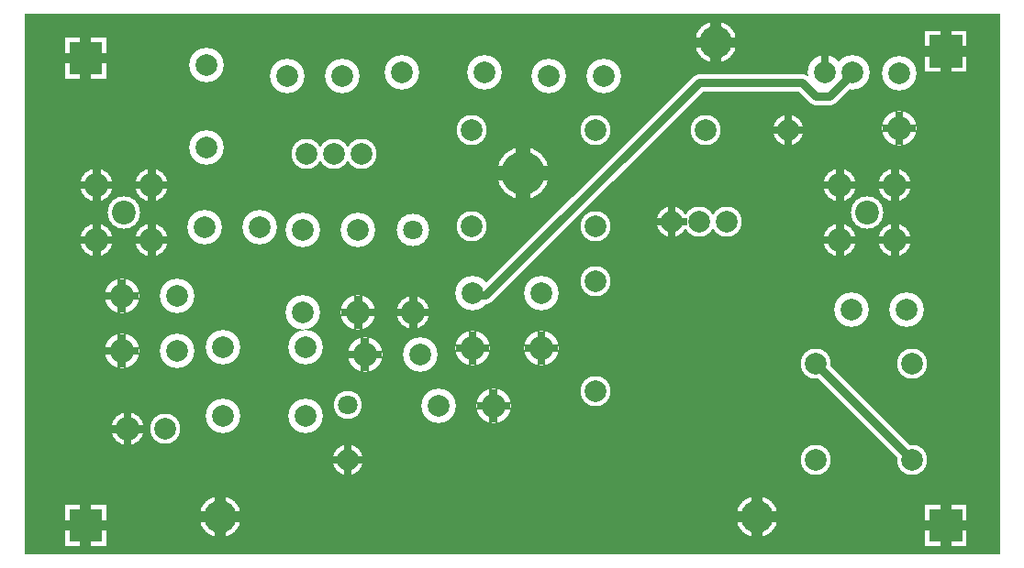
<source format=gbr>
%FSLAX34Y34*%
%MOMM*%
%LNCOPPER_TOP*%
G71*
G01*
%ADD10C,2.800*%
%ADD11C,3.200*%
%ADD12C,3.000*%
%ADD13C,3.000*%
%ADD14C,2.800*%
%ADD15C,2.600*%
%ADD16C,1.600*%
%ADD17C,4.800*%
%ADD18C,2.800*%
%ADD19C,3.000*%
%ADD20C,3.800*%
%ADD21C,0.733*%
%ADD22C,0.667*%
%ADD23C,0.813*%
%ADD24C,1.333*%
%ADD25C,1.000*%
%ADD26C,2.000*%
%ADD27C,2.000*%
%ADD28C,2.200*%
%ADD29C,1.800*%
%ADD30C,0.800*%
%ADD31C,4.000*%
%ADD32C,2.000*%
%ADD33C,2.200*%
%ADD34C,3.000*%
%LPD*%
G36*
X0Y500000D02*
X900000Y500000D01*
X900000Y0D01*
X0Y0D01*
X0Y500000D01*
G37*
%LPC*%
X260350Y369950D02*
G54D10*
D03*
X285750Y369950D02*
G54D10*
D03*
X311150Y369950D02*
G54D10*
D03*
X648055Y307221D02*
G54D10*
D03*
X622655Y307221D02*
G54D10*
D03*
X597255Y307221D02*
G54D10*
D03*
X216949Y302523D02*
G54D11*
D03*
X165969Y302411D02*
G54D11*
D03*
X257175Y299975D02*
G54D11*
D03*
X257125Y223725D02*
G54D11*
D03*
X66650Y341350D02*
G54D12*
D03*
X117450Y341350D02*
G54D12*
D03*
X92050Y315950D02*
G54D12*
D03*
X117450Y290550D02*
G54D12*
D03*
X66650Y290550D02*
G54D12*
D03*
X168275Y452375D02*
G54D11*
D03*
X168225Y376125D02*
G54D11*
D03*
X307975Y299975D02*
G54D11*
D03*
X307925Y223725D02*
G54D11*
D03*
X293149Y442223D02*
G54D11*
D03*
X242169Y442111D02*
G54D11*
D03*
X358775Y299975D02*
G54D13*
D03*
X358725Y223725D02*
G54D13*
D03*
X314284Y184661D02*
G54D11*
D03*
X365265Y184773D02*
G54D11*
D03*
X259773Y191898D02*
G54D11*
D03*
X183523Y191948D02*
G54D11*
D03*
X140749Y239023D02*
G54D11*
D03*
X89769Y238911D02*
G54D11*
D03*
X140749Y188223D02*
G54D11*
D03*
X89769Y188111D02*
G54D11*
D03*
X95162Y115950D02*
G54D14*
D03*
X130262Y115950D02*
G54D14*
D03*
X259773Y128398D02*
G54D11*
D03*
X183523Y128448D02*
G54D11*
D03*
X298450Y87250D02*
G54D15*
D03*
X298450Y138050D02*
G54D15*
D03*
X432849Y137423D02*
G54D11*
D03*
X381869Y137311D02*
G54D11*
D03*
X424873Y445898D02*
G54D11*
D03*
X348623Y445948D02*
G54D11*
D03*
X628650Y392050D02*
G54D14*
D03*
X704850Y392050D02*
G54D14*
D03*
X813849Y226324D02*
G54D11*
D03*
X762868Y226211D02*
G54D11*
D03*
X412750Y392050D02*
G54D14*
D03*
X412750Y303150D02*
G54D14*
D03*
X527050Y392050D02*
G54D14*
D03*
X527050Y303150D02*
G54D14*
D03*
X413448Y190660D02*
G54D11*
D03*
X413335Y241640D02*
G54D11*
D03*
X738325Y445425D02*
G54D11*
D03*
X763825Y445425D02*
G54D11*
D03*
X807148Y393860D02*
G54D11*
D03*
X807035Y444840D02*
G54D11*
D03*
X730250Y176150D02*
G54D14*
D03*
X819150Y176150D02*
G54D14*
D03*
X730250Y87250D02*
G54D14*
D03*
X819150Y87250D02*
G54D14*
D03*
X534450Y442223D02*
G54D11*
D03*
X483470Y442110D02*
G54D11*
D03*
X752450Y341350D02*
G54D12*
D03*
X803250Y341350D02*
G54D12*
D03*
X777850Y315950D02*
G54D12*
D03*
X803250Y290550D02*
G54D12*
D03*
X752450Y290550D02*
G54D12*
D03*
X527050Y252350D02*
G54D14*
D03*
X527050Y150750D02*
G54D14*
D03*
X476948Y190660D02*
G54D11*
D03*
X476835Y241640D02*
G54D11*
D03*
G54D16*
X819150Y87250D02*
X730250Y176150D01*
G54D16*
X763825Y445425D02*
X762000Y442850D01*
X742950Y423800D01*
X730250Y423800D01*
X717550Y436500D01*
X622300Y436500D01*
X425450Y239650D01*
X412750Y239650D01*
X413335Y241640D01*
X460350Y352450D02*
G54D17*
D03*
X89769Y188111D02*
G54D18*
D03*
X89769Y238911D02*
G54D18*
D03*
X432849Y137423D02*
G54D18*
D03*
X704850Y392050D02*
G54D18*
D03*
X358725Y223725D02*
G54D18*
D03*
X307925Y223725D02*
G54D19*
D03*
X314284Y184661D02*
G54D19*
D03*
X413448Y190660D02*
G54D19*
D03*
X476948Y190660D02*
G54D19*
D03*
X298450Y87250D02*
G54D18*
D03*
X89769Y238911D02*
G54D19*
D03*
X89769Y188111D02*
G54D19*
D03*
X95162Y115950D02*
G54D19*
D03*
X432849Y137423D02*
G54D19*
D03*
X358725Y223725D02*
G54D19*
D03*
X807148Y393860D02*
G54D19*
D03*
X597255Y307221D02*
G54D18*
D03*
X307975Y299975D02*
G54D13*
D03*
X307925Y223725D02*
G54D13*
D03*
G36*
X37523Y477648D02*
X75523Y477648D01*
X75523Y439648D01*
X37523Y439648D01*
X37523Y477648D01*
G37*
G36*
X831273Y483998D02*
X869273Y483998D01*
X869273Y445998D01*
X831273Y445998D01*
X831273Y483998D01*
G37*
G36*
X37523Y45848D02*
X75523Y45848D01*
X75523Y7848D01*
X37523Y7848D01*
X37523Y45848D01*
G37*
G36*
X831273Y45848D02*
X869273Y45848D01*
X869273Y7848D01*
X831273Y7848D01*
X831273Y45848D01*
G37*
X180950Y34950D02*
G54D20*
D03*
X676250Y34950D02*
G54D20*
D03*
X638150Y473100D02*
G54D20*
D03*
%LPD*%
G54D21*
G36*
X62983Y341350D02*
X62983Y356850D01*
X70317Y356850D01*
X70317Y341350D01*
X62983Y341350D01*
G37*
G36*
X66650Y345017D02*
X82150Y345017D01*
X82150Y337683D01*
X66650Y337683D01*
X66650Y345017D01*
G37*
G36*
X70317Y341350D02*
X70317Y325850D01*
X62983Y325850D01*
X62983Y341350D01*
X70317Y341350D01*
G37*
G36*
X66650Y337683D02*
X51150Y337683D01*
X51150Y345017D01*
X66650Y345017D01*
X66650Y337683D01*
G37*
G54D21*
G36*
X113783Y341350D02*
X113783Y356850D01*
X121117Y356850D01*
X121117Y341350D01*
X113783Y341350D01*
G37*
G36*
X117450Y345017D02*
X132950Y345017D01*
X132950Y337683D01*
X117450Y337683D01*
X117450Y345017D01*
G37*
G36*
X121117Y341350D02*
X121117Y325850D01*
X113783Y325850D01*
X113783Y341350D01*
X121117Y341350D01*
G37*
G36*
X117450Y337683D02*
X101950Y337683D01*
X101950Y345017D01*
X117450Y345017D01*
X117450Y337683D01*
G37*
G54D21*
G36*
X113783Y290550D02*
X113783Y306050D01*
X121117Y306050D01*
X121117Y290550D01*
X113783Y290550D01*
G37*
G36*
X117450Y294217D02*
X132950Y294217D01*
X132950Y286883D01*
X117450Y286883D01*
X117450Y294217D01*
G37*
G36*
X121117Y290550D02*
X121117Y275050D01*
X113783Y275050D01*
X113783Y290550D01*
X121117Y290550D01*
G37*
G36*
X117450Y286883D02*
X101950Y286883D01*
X101950Y294217D01*
X117450Y294217D01*
X117450Y286883D01*
G37*
G54D21*
G36*
X62983Y290550D02*
X62983Y306050D01*
X70317Y306050D01*
X70317Y290550D01*
X62983Y290550D01*
G37*
G36*
X66650Y294217D02*
X82150Y294217D01*
X82150Y286883D01*
X66650Y286883D01*
X66650Y294217D01*
G37*
G36*
X70317Y290550D02*
X70317Y275050D01*
X62983Y275050D01*
X62983Y290550D01*
X70317Y290550D01*
G37*
G36*
X66650Y286883D02*
X51150Y286883D01*
X51150Y294217D01*
X66650Y294217D01*
X66650Y286883D01*
G37*
G54D22*
G36*
X734992Y445425D02*
X734992Y461925D01*
X741658Y461925D01*
X741658Y445425D01*
X734992Y445425D01*
G37*
G54D23*
G54D21*
G36*
X748783Y341350D02*
X748783Y356850D01*
X756117Y356850D01*
X756117Y341350D01*
X748783Y341350D01*
G37*
G36*
X752450Y345017D02*
X767950Y345017D01*
X767950Y337683D01*
X752450Y337683D01*
X752450Y345017D01*
G37*
G36*
X756117Y341350D02*
X756117Y325850D01*
X748783Y325850D01*
X748783Y341350D01*
X756117Y341350D01*
G37*
G36*
X752450Y337683D02*
X736950Y337683D01*
X736950Y345017D01*
X752450Y345017D01*
X752450Y337683D01*
G37*
G54D21*
G36*
X799583Y341350D02*
X799583Y356850D01*
X806917Y356850D01*
X806917Y341350D01*
X799583Y341350D01*
G37*
G36*
X803250Y345017D02*
X818750Y345017D01*
X818750Y337683D01*
X803250Y337683D01*
X803250Y345017D01*
G37*
G36*
X806917Y341350D02*
X806917Y325850D01*
X799583Y325850D01*
X799583Y341350D01*
X806917Y341350D01*
G37*
G36*
X803250Y337683D02*
X787750Y337683D01*
X787750Y345017D01*
X803250Y345017D01*
X803250Y337683D01*
G37*
G54D21*
G36*
X799583Y290550D02*
X799583Y306050D01*
X806917Y306050D01*
X806917Y290550D01*
X799583Y290550D01*
G37*
G36*
X803250Y294217D02*
X818750Y294217D01*
X818750Y286883D01*
X803250Y286883D01*
X803250Y294217D01*
G37*
G36*
X806917Y290550D02*
X806917Y275050D01*
X799583Y275050D01*
X799583Y290550D01*
X806917Y290550D01*
G37*
G36*
X803250Y286883D02*
X787750Y286883D01*
X787750Y294217D01*
X803250Y294217D01*
X803250Y286883D01*
G37*
G54D21*
G36*
X748783Y290550D02*
X748783Y306050D01*
X756117Y306050D01*
X756117Y290550D01*
X748783Y290550D01*
G37*
G36*
X752450Y294217D02*
X767950Y294217D01*
X767950Y286883D01*
X752450Y286883D01*
X752450Y294217D01*
G37*
G36*
X756117Y290550D02*
X756117Y275050D01*
X748783Y275050D01*
X748783Y290550D01*
X756117Y290550D01*
G37*
G36*
X752450Y286883D02*
X736950Y286883D01*
X736950Y294217D01*
X752450Y294217D01*
X752450Y286883D01*
G37*
G54D24*
G36*
X453683Y352450D02*
X453683Y376950D01*
X467017Y376950D01*
X467017Y352450D01*
X453683Y352450D01*
G37*
G36*
X460350Y359117D02*
X484850Y359117D01*
X484850Y345783D01*
X460350Y345783D01*
X460350Y359117D01*
G37*
G36*
X467017Y352450D02*
X467017Y327950D01*
X453683Y327950D01*
X453683Y352450D01*
X467017Y352450D01*
G37*
G36*
X460350Y345783D02*
X435850Y345783D01*
X435850Y359117D01*
X460350Y359117D01*
X460350Y345783D01*
G37*
G54D22*
G36*
X86436Y188111D02*
X86436Y202611D01*
X93102Y202611D01*
X93102Y188111D01*
X86436Y188111D01*
G37*
G36*
X89769Y191444D02*
X104269Y191444D01*
X104269Y184778D01*
X89769Y184778D01*
X89769Y191444D01*
G37*
G36*
X93102Y188111D02*
X93102Y173611D01*
X86436Y173611D01*
X86436Y188111D01*
X93102Y188111D01*
G37*
G36*
X89769Y184778D02*
X75269Y184778D01*
X75269Y191444D01*
X89769Y191444D01*
X89769Y184778D01*
G37*
G54D22*
G36*
X86436Y238911D02*
X86436Y253411D01*
X93102Y253411D01*
X93102Y238911D01*
X86436Y238911D01*
G37*
G36*
X89769Y242244D02*
X104269Y242244D01*
X104269Y235578D01*
X89769Y235578D01*
X89769Y242244D01*
G37*
G36*
X93102Y238911D02*
X93102Y224411D01*
X86436Y224411D01*
X86436Y238911D01*
X93102Y238911D01*
G37*
G36*
X89769Y235578D02*
X75269Y235578D01*
X75269Y242244D01*
X89769Y242244D01*
X89769Y235578D01*
G37*
G54D22*
G36*
X429516Y137423D02*
X429516Y151923D01*
X436182Y151923D01*
X436182Y137423D01*
X429516Y137423D01*
G37*
G36*
X432849Y140756D02*
X447349Y140756D01*
X447349Y134090D01*
X432849Y134090D01*
X432849Y140756D01*
G37*
G36*
X436182Y137423D02*
X436182Y122923D01*
X429516Y122923D01*
X429516Y137423D01*
X436182Y137423D01*
G37*
G36*
X432849Y134090D02*
X418349Y134090D01*
X418349Y140756D01*
X432849Y140756D01*
X432849Y134090D01*
G37*
G54D22*
G36*
X701517Y392050D02*
X701517Y406550D01*
X708183Y406550D01*
X708183Y392050D01*
X701517Y392050D01*
G37*
G36*
X704850Y395383D02*
X719350Y395383D01*
X719350Y388717D01*
X704850Y388717D01*
X704850Y395383D01*
G37*
G36*
X708183Y392050D02*
X708183Y377550D01*
X701517Y377550D01*
X701517Y392050D01*
X708183Y392050D01*
G37*
G36*
X704850Y388717D02*
X690350Y388717D01*
X690350Y395383D01*
X704850Y395383D01*
X704850Y388717D01*
G37*
G54D22*
G36*
X355392Y223725D02*
X355392Y238225D01*
X362058Y238225D01*
X362058Y223725D01*
X355392Y223725D01*
G37*
G36*
X358725Y227058D02*
X373225Y227058D01*
X373225Y220392D01*
X358725Y220392D01*
X358725Y227058D01*
G37*
G36*
X362058Y223725D02*
X362058Y209225D01*
X355392Y209225D01*
X355392Y223725D01*
X362058Y223725D01*
G37*
G36*
X358725Y220392D02*
X344225Y220392D01*
X344225Y227058D01*
X358725Y227058D01*
X358725Y220392D01*
G37*
G54D21*
G36*
X304258Y223725D02*
X304258Y239225D01*
X311592Y239225D01*
X311592Y223725D01*
X304258Y223725D01*
G37*
G36*
X307925Y227392D02*
X323425Y227392D01*
X323425Y220058D01*
X307925Y220058D01*
X307925Y227392D01*
G37*
G36*
X311592Y223725D02*
X311592Y208225D01*
X304258Y208225D01*
X304258Y223725D01*
X311592Y223725D01*
G37*
G36*
X307925Y220058D02*
X292425Y220058D01*
X292425Y227392D01*
X307925Y227392D01*
X307925Y220058D01*
G37*
G54D21*
G36*
X310617Y184661D02*
X310617Y200161D01*
X317951Y200161D01*
X317951Y184661D01*
X310617Y184661D01*
G37*
G36*
X314284Y188327D02*
X329784Y188327D01*
X329784Y180994D01*
X314284Y180994D01*
X314284Y188327D01*
G37*
G36*
X317951Y184661D02*
X317951Y169161D01*
X310617Y169161D01*
X310617Y184661D01*
X317951Y184661D01*
G37*
G36*
X314284Y180994D02*
X298784Y180994D01*
X298784Y188327D01*
X314284Y188327D01*
X314284Y180994D01*
G37*
G54D21*
G36*
X409781Y190660D02*
X409781Y206160D01*
X417114Y206160D01*
X417114Y190660D01*
X409781Y190660D01*
G37*
G36*
X413448Y194326D02*
X428948Y194326D01*
X428948Y186993D01*
X413448Y186993D01*
X413448Y194326D01*
G37*
G36*
X417114Y190660D02*
X417114Y175160D01*
X409781Y175160D01*
X409781Y190660D01*
X417114Y190660D01*
G37*
G36*
X413448Y186993D02*
X397948Y186993D01*
X397948Y194326D01*
X413448Y194326D01*
X413448Y186993D01*
G37*
G54D21*
G36*
X473281Y190660D02*
X473281Y206160D01*
X480614Y206160D01*
X480614Y190660D01*
X473281Y190660D01*
G37*
G36*
X476948Y194326D02*
X492448Y194326D01*
X492448Y186993D01*
X476948Y186993D01*
X476948Y194326D01*
G37*
G36*
X480614Y190660D02*
X480614Y175160D01*
X473281Y175160D01*
X473281Y190660D01*
X480614Y190660D01*
G37*
G36*
X476948Y186993D02*
X461448Y186993D01*
X461448Y194326D01*
X476948Y194326D01*
X476948Y186993D01*
G37*
G54D22*
G36*
X295117Y87250D02*
X295117Y101750D01*
X301783Y101750D01*
X301783Y87250D01*
X295117Y87250D01*
G37*
G36*
X298450Y90583D02*
X312950Y90583D01*
X312950Y83917D01*
X298450Y83917D01*
X298450Y90583D01*
G37*
G36*
X301783Y87250D02*
X301783Y72750D01*
X295117Y72750D01*
X295117Y87250D01*
X301783Y87250D01*
G37*
G36*
X298450Y83917D02*
X283950Y83917D01*
X283950Y90583D01*
X298450Y90583D01*
X298450Y83917D01*
G37*
G54D21*
G36*
X86102Y238911D02*
X86102Y254411D01*
X93435Y254411D01*
X93435Y238911D01*
X86102Y238911D01*
G37*
G36*
X89769Y242578D02*
X105269Y242578D01*
X105269Y235244D01*
X89769Y235244D01*
X89769Y242578D01*
G37*
G36*
X93435Y238911D02*
X93435Y223411D01*
X86102Y223411D01*
X86102Y238911D01*
X93435Y238911D01*
G37*
G36*
X89769Y235244D02*
X74269Y235244D01*
X74269Y242578D01*
X89769Y242578D01*
X89769Y235244D01*
G37*
G54D21*
G36*
X86102Y188111D02*
X86102Y203611D01*
X93435Y203611D01*
X93435Y188111D01*
X86102Y188111D01*
G37*
G36*
X89769Y191778D02*
X105269Y191778D01*
X105269Y184444D01*
X89769Y184444D01*
X89769Y191778D01*
G37*
G36*
X93435Y188111D02*
X93435Y172611D01*
X86102Y172611D01*
X86102Y188111D01*
X93435Y188111D01*
G37*
G36*
X89769Y184444D02*
X74269Y184444D01*
X74269Y191778D01*
X89769Y191778D01*
X89769Y184444D01*
G37*
G54D21*
G36*
X91495Y115950D02*
X91495Y131450D01*
X98829Y131450D01*
X98829Y115950D01*
X91495Y115950D01*
G37*
G36*
X95162Y119617D02*
X110662Y119617D01*
X110662Y112283D01*
X95162Y112283D01*
X95162Y119617D01*
G37*
G36*
X98829Y115950D02*
X98829Y100450D01*
X91495Y100450D01*
X91495Y115950D01*
X98829Y115950D01*
G37*
G36*
X95162Y112283D02*
X79662Y112283D01*
X79662Y119617D01*
X95162Y119617D01*
X95162Y112283D01*
G37*
G54D21*
G36*
X429182Y137423D02*
X429182Y152923D01*
X436516Y152923D01*
X436516Y137423D01*
X429182Y137423D01*
G37*
G36*
X432849Y141090D02*
X448349Y141090D01*
X448349Y133756D01*
X432849Y133756D01*
X432849Y141090D01*
G37*
G36*
X436516Y137423D02*
X436516Y121923D01*
X429182Y121923D01*
X429182Y137423D01*
X436516Y137423D01*
G37*
G36*
X432849Y133756D02*
X417349Y133756D01*
X417349Y141090D01*
X432849Y141090D01*
X432849Y133756D01*
G37*
G54D21*
G36*
X355058Y223725D02*
X355058Y239225D01*
X362392Y239225D01*
X362392Y223725D01*
X355058Y223725D01*
G37*
G36*
X358725Y227392D02*
X374225Y227392D01*
X374225Y220058D01*
X358725Y220058D01*
X358725Y227392D01*
G37*
G36*
X362392Y223725D02*
X362392Y208225D01*
X355058Y208225D01*
X355058Y223725D01*
X362392Y223725D01*
G37*
G36*
X358725Y220058D02*
X343225Y220058D01*
X343225Y227392D01*
X358725Y227392D01*
X358725Y220058D01*
G37*
G54D21*
G36*
X803481Y393860D02*
X803481Y409360D01*
X810814Y409360D01*
X810814Y393860D01*
X803481Y393860D01*
G37*
G36*
X807148Y397526D02*
X822648Y397526D01*
X822648Y390193D01*
X807148Y390193D01*
X807148Y397526D01*
G37*
G36*
X810814Y393860D02*
X810814Y378360D01*
X803481Y378360D01*
X803481Y393860D01*
X810814Y393860D01*
G37*
G36*
X807148Y390193D02*
X791648Y390193D01*
X791648Y397526D01*
X807148Y397526D01*
X807148Y390193D01*
G37*
G54D22*
G36*
X593922Y307221D02*
X593922Y321721D01*
X600588Y321721D01*
X600588Y307221D01*
X593922Y307221D01*
G37*
G36*
X597255Y310554D02*
X611755Y310554D01*
X611755Y303888D01*
X597255Y303888D01*
X597255Y310554D01*
G37*
G36*
X600588Y307221D02*
X600588Y292721D01*
X593922Y292721D01*
X593922Y307221D01*
X600588Y307221D01*
G37*
G36*
X597255Y303888D02*
X582755Y303888D01*
X582755Y310554D01*
X597255Y310554D01*
X597255Y303888D01*
G37*
G54D25*
G36*
X51523Y458648D02*
X51523Y478148D01*
X61523Y478148D01*
X61523Y458648D01*
X51523Y458648D01*
G37*
G36*
X56523Y463648D02*
X76023Y463648D01*
X76023Y453648D01*
X56523Y453648D01*
X56523Y463648D01*
G37*
G36*
X61523Y458648D02*
X61523Y439148D01*
X51523Y439148D01*
X51523Y458648D01*
X61523Y458648D01*
G37*
G36*
X56523Y453648D02*
X37023Y453648D01*
X37023Y463648D01*
X56523Y463648D01*
X56523Y453648D01*
G37*
G54D25*
G36*
X845273Y464998D02*
X845273Y484498D01*
X855273Y484498D01*
X855273Y464998D01*
X845273Y464998D01*
G37*
G36*
X850273Y469998D02*
X869773Y469998D01*
X869773Y459998D01*
X850273Y459998D01*
X850273Y469998D01*
G37*
G36*
X855273Y464998D02*
X855273Y445498D01*
X845273Y445498D01*
X845273Y464998D01*
X855273Y464998D01*
G37*
G36*
X850273Y459998D02*
X830773Y459998D01*
X830773Y469998D01*
X850273Y469998D01*
X850273Y459998D01*
G37*
G54D25*
G36*
X51523Y26848D02*
X51523Y46348D01*
X61523Y46348D01*
X61523Y26848D01*
X51523Y26848D01*
G37*
G36*
X56523Y31848D02*
X76023Y31848D01*
X76023Y21848D01*
X56523Y21848D01*
X56523Y31848D01*
G37*
G36*
X61523Y26848D02*
X61523Y7348D01*
X51523Y7348D01*
X51523Y26848D01*
X61523Y26848D01*
G37*
G36*
X56523Y21848D02*
X37023Y21848D01*
X37023Y31848D01*
X56523Y31848D01*
X56523Y21848D01*
G37*
G54D25*
G36*
X845273Y26848D02*
X845273Y46348D01*
X855273Y46348D01*
X855273Y26848D01*
X845273Y26848D01*
G37*
G36*
X850273Y31848D02*
X869773Y31848D01*
X869773Y21848D01*
X850273Y21848D01*
X850273Y31848D01*
G37*
G36*
X855273Y26848D02*
X855273Y7348D01*
X845273Y7348D01*
X845273Y26848D01*
X855273Y26848D01*
G37*
G36*
X850273Y21848D02*
X830773Y21848D01*
X830773Y31848D01*
X850273Y31848D01*
X850273Y21848D01*
G37*
G54D25*
G36*
X175950Y34950D02*
X175950Y54450D01*
X185950Y54450D01*
X185950Y34950D01*
X175950Y34950D01*
G37*
G36*
X180950Y39950D02*
X200450Y39950D01*
X200450Y29950D01*
X180950Y29950D01*
X180950Y39950D01*
G37*
G36*
X185950Y34950D02*
X185950Y15450D01*
X175950Y15450D01*
X175950Y34950D01*
X185950Y34950D01*
G37*
G36*
X180950Y29950D02*
X161450Y29950D01*
X161450Y39950D01*
X180950Y39950D01*
X180950Y29950D01*
G37*
G54D25*
G36*
X671250Y34950D02*
X671250Y54450D01*
X681250Y54450D01*
X681250Y34950D01*
X671250Y34950D01*
G37*
G36*
X676250Y39950D02*
X695750Y39950D01*
X695750Y29950D01*
X676250Y29950D01*
X676250Y39950D01*
G37*
G36*
X681250Y34950D02*
X681250Y15450D01*
X671250Y15450D01*
X671250Y34950D01*
X681250Y34950D01*
G37*
G36*
X676250Y29950D02*
X656750Y29950D01*
X656750Y39950D01*
X676250Y39950D01*
X676250Y29950D01*
G37*
G54D25*
G36*
X633150Y473100D02*
X633150Y492600D01*
X643150Y492600D01*
X643150Y473100D01*
X633150Y473100D01*
G37*
G36*
X638150Y478100D02*
X657650Y478100D01*
X657650Y468100D01*
X638150Y468100D01*
X638150Y478100D01*
G37*
G36*
X643150Y473100D02*
X643150Y453600D01*
X633150Y453600D01*
X633150Y473100D01*
X643150Y473100D01*
G37*
G36*
X638150Y468100D02*
X618650Y468100D01*
X618650Y478100D01*
X638150Y478100D01*
X638150Y468100D01*
G37*
X260350Y369950D02*
G54D26*
D03*
X285750Y369950D02*
G54D26*
D03*
X311150Y369950D02*
G54D26*
D03*
X648055Y307221D02*
G54D26*
D03*
X622655Y307221D02*
G54D26*
D03*
X597255Y307221D02*
G54D26*
D03*
X216949Y302523D02*
G54D27*
D03*
X165969Y302411D02*
G54D27*
D03*
X257175Y299975D02*
G54D27*
D03*
X257125Y223725D02*
G54D27*
D03*
X66650Y341350D02*
G54D28*
D03*
X117450Y341350D02*
G54D28*
D03*
X92050Y315950D02*
G54D28*
D03*
X117450Y290550D02*
G54D28*
D03*
X66650Y290550D02*
G54D28*
D03*
X168275Y452375D02*
G54D27*
D03*
X168225Y376125D02*
G54D27*
D03*
X307975Y299975D02*
G54D27*
D03*
X307925Y223725D02*
G54D27*
D03*
X293149Y442223D02*
G54D27*
D03*
X242169Y442111D02*
G54D27*
D03*
X358775Y299975D02*
G54D29*
D03*
X358725Y223725D02*
G54D29*
D03*
X314284Y184661D02*
G54D27*
D03*
X365265Y184773D02*
G54D27*
D03*
X259773Y191898D02*
G54D27*
D03*
X183523Y191948D02*
G54D27*
D03*
X140749Y239023D02*
G54D27*
D03*
X89769Y238911D02*
G54D27*
D03*
X140749Y188223D02*
G54D27*
D03*
X89769Y188111D02*
G54D27*
D03*
X95162Y115950D02*
G54D27*
D03*
X130262Y115950D02*
G54D27*
D03*
X259773Y128398D02*
G54D27*
D03*
X183523Y128448D02*
G54D27*
D03*
X298450Y87250D02*
G54D29*
D03*
X298450Y138050D02*
G54D29*
D03*
X432849Y137423D02*
G54D27*
D03*
X381869Y137311D02*
G54D27*
D03*
X424873Y445898D02*
G54D27*
D03*
X348623Y445948D02*
G54D27*
D03*
X628650Y392050D02*
G54D27*
D03*
X704850Y392050D02*
G54D27*
D03*
X813849Y226324D02*
G54D27*
D03*
X762868Y226211D02*
G54D27*
D03*
X412750Y392050D02*
G54D27*
D03*
X412750Y303150D02*
G54D27*
D03*
X527050Y392050D02*
G54D27*
D03*
X527050Y303150D02*
G54D27*
D03*
X413448Y190660D02*
G54D27*
D03*
X413335Y241640D02*
G54D27*
D03*
X738325Y445425D02*
G54D27*
D03*
X763825Y445425D02*
G54D27*
D03*
X807148Y393860D02*
G54D27*
D03*
X807035Y444840D02*
G54D27*
D03*
X730250Y176150D02*
G54D27*
D03*
X819150Y176150D02*
G54D27*
D03*
X730250Y87250D02*
G54D27*
D03*
X819150Y87250D02*
G54D27*
D03*
X534450Y442223D02*
G54D27*
D03*
X483470Y442110D02*
G54D27*
D03*
X752450Y341350D02*
G54D28*
D03*
X803250Y341350D02*
G54D28*
D03*
X777850Y315950D02*
G54D28*
D03*
X803250Y290550D02*
G54D28*
D03*
X752450Y290550D02*
G54D28*
D03*
X527050Y252350D02*
G54D27*
D03*
X527050Y150750D02*
G54D27*
D03*
X476948Y190660D02*
G54D27*
D03*
X476835Y241640D02*
G54D27*
D03*
G54D30*
X819150Y87250D02*
X730250Y176150D01*
G54D30*
X763825Y445425D02*
X762000Y442850D01*
X742950Y423800D01*
X730250Y423800D01*
X717550Y436500D01*
X622300Y436500D01*
X425450Y239650D01*
X412750Y239650D01*
X413335Y241640D01*
X460350Y352450D02*
G54D31*
D03*
X89769Y188111D02*
G54D32*
D03*
X89769Y238911D02*
G54D32*
D03*
X432849Y137423D02*
G54D32*
D03*
X704850Y392050D02*
G54D32*
D03*
X358725Y223725D02*
G54D32*
D03*
X307925Y223725D02*
G54D33*
D03*
X314284Y184661D02*
G54D33*
D03*
X413448Y190660D02*
G54D33*
D03*
X476948Y190660D02*
G54D33*
D03*
X298450Y87250D02*
G54D32*
D03*
X89769Y238911D02*
G54D33*
D03*
X89769Y188111D02*
G54D33*
D03*
X95162Y115950D02*
G54D33*
D03*
X432849Y137423D02*
G54D33*
D03*
X358725Y223725D02*
G54D33*
D03*
X807148Y393860D02*
G54D33*
D03*
X597255Y307221D02*
G54D32*
D03*
X307975Y299975D02*
G54D29*
D03*
X307925Y223725D02*
G54D29*
D03*
G36*
X41523Y473648D02*
X71523Y473648D01*
X71523Y443648D01*
X41523Y443648D01*
X41523Y473648D01*
G37*
G36*
X835273Y479998D02*
X865273Y479998D01*
X865273Y449998D01*
X835273Y449998D01*
X835273Y479998D01*
G37*
G36*
X41523Y41848D02*
X71523Y41848D01*
X71523Y11848D01*
X41523Y11848D01*
X41523Y41848D01*
G37*
G36*
X835273Y41848D02*
X865273Y41848D01*
X865273Y11848D01*
X835273Y11848D01*
X835273Y41848D01*
G37*
X180950Y34950D02*
G54D34*
D03*
X676250Y34950D02*
G54D34*
D03*
X638150Y473100D02*
G54D34*
D03*
M02*

</source>
